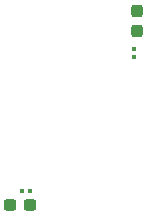
<source format=gbr>
%TF.GenerationSoftware,KiCad,Pcbnew,8.0.2*%
%TF.CreationDate,2024-08-23T13:57:59-07:00*%
%TF.ProjectId,UGC_SubStick,5547435f-5375-4625-9374-69636b2e6b69,rev?*%
%TF.SameCoordinates,Original*%
%TF.FileFunction,Paste,Top*%
%TF.FilePolarity,Positive*%
%FSLAX46Y46*%
G04 Gerber Fmt 4.6, Leading zero omitted, Abs format (unit mm)*
G04 Created by KiCad (PCBNEW 8.0.2) date 2024-08-23 13:57:59*
%MOMM*%
%LPD*%
G01*
G04 APERTURE LIST*
G04 Aperture macros list*
%AMRoundRect*
0 Rectangle with rounded corners*
0 $1 Rounding radius*
0 $2 $3 $4 $5 $6 $7 $8 $9 X,Y pos of 4 corners*
0 Add a 4 corners polygon primitive as box body*
4,1,4,$2,$3,$4,$5,$6,$7,$8,$9,$2,$3,0*
0 Add four circle primitives for the rounded corners*
1,1,$1+$1,$2,$3*
1,1,$1+$1,$4,$5*
1,1,$1+$1,$6,$7*
1,1,$1+$1,$8,$9*
0 Add four rect primitives between the rounded corners*
20,1,$1+$1,$2,$3,$4,$5,0*
20,1,$1+$1,$4,$5,$6,$7,0*
20,1,$1+$1,$6,$7,$8,$9,0*
20,1,$1+$1,$8,$9,$2,$3,0*%
G04 Aperture macros list end*
%ADD10RoundRect,0.237500X-0.300000X-0.237500X0.300000X-0.237500X0.300000X0.237500X-0.300000X0.237500X0*%
%ADD11RoundRect,0.079500X-0.079500X-0.100500X0.079500X-0.100500X0.079500X0.100500X-0.079500X0.100500X0*%
%ADD12RoundRect,0.237500X-0.237500X0.300000X-0.237500X-0.300000X0.237500X-0.300000X0.237500X0.300000X0*%
%ADD13RoundRect,0.079500X0.100500X-0.079500X0.100500X0.079500X-0.100500X0.079500X-0.100500X-0.079500X0*%
G04 APERTURE END LIST*
D10*
%TO.C,C1*%
X247320900Y-161493200D03*
X249045900Y-161493200D03*
%TD*%
D11*
%TO.C,R1*%
X248346400Y-160324800D03*
X249036400Y-160324800D03*
%TD*%
D12*
%TO.C,C2*%
X258100000Y-145037500D03*
X258100000Y-146762500D03*
%TD*%
D13*
%TO.C,R2*%
X257835400Y-148935000D03*
X257835400Y-148245000D03*
%TD*%
M02*

</source>
